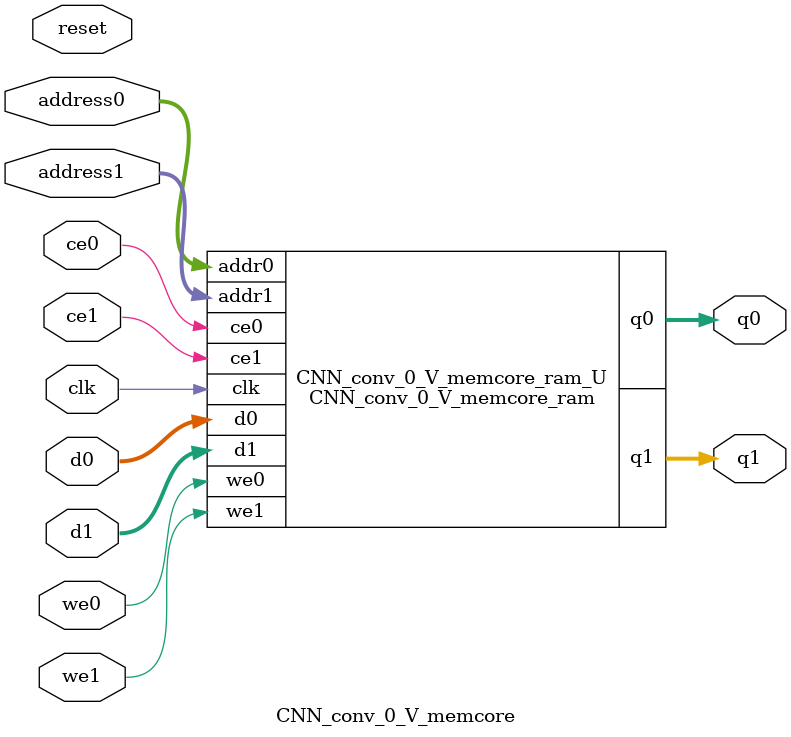
<source format=v>

`timescale 1 ns / 1 ps
module CNN_conv_0_V_memcore_ram (addr0, ce0, d0, we0, q0, addr1, ce1, d1, we1, q1,  clk);

parameter DWIDTH = 25;
parameter AWIDTH = 6;
parameter MEM_SIZE = 56;

input[AWIDTH-1:0] addr0;
input ce0;
input[DWIDTH-1:0] d0;
input we0;
output reg[DWIDTH-1:0] q0;
input[AWIDTH-1:0] addr1;
input ce1;
input[DWIDTH-1:0] d1;
input we1;
output reg[DWIDTH-1:0] q1;
input clk;

(* ram_style = "block" *)reg [DWIDTH-1:0] ram[0:MEM_SIZE-1];




always @(posedge clk)  
begin 
    if (ce0) 
    begin
        if (we0) 
        begin 
            ram[addr0] <= d0; 
            q0 <= d0;
        end 
        else 
            q0 <= ram[addr0];
    end
end


always @(posedge clk)  
begin 
    if (ce1) 
    begin
        if (we1) 
        begin 
            ram[addr1] <= d1; 
            q1 <= d1;
        end 
        else 
            q1 <= ram[addr1];
    end
end


endmodule


`timescale 1 ns / 1 ps
module CNN_conv_0_V_memcore(
    reset,
    clk,
    address0,
    ce0,
    we0,
    d0,
    q0,
    address1,
    ce1,
    we1,
    d1,
    q1);

parameter DataWidth = 32'd25;
parameter AddressRange = 32'd56;
parameter AddressWidth = 32'd6;
input reset;
input clk;
input[AddressWidth - 1:0] address0;
input ce0;
input we0;
input[DataWidth - 1:0] d0;
output[DataWidth - 1:0] q0;
input[AddressWidth - 1:0] address1;
input ce1;
input we1;
input[DataWidth - 1:0] d1;
output[DataWidth - 1:0] q1;



CNN_conv_0_V_memcore_ram CNN_conv_0_V_memcore_ram_U(
    .clk( clk ),
    .addr0( address0 ),
    .ce0( ce0 ),
    .we0( we0 ),
    .d0( d0 ),
    .q0( q0 ),
    .addr1( address1 ),
    .ce1( ce1 ),
    .we1( we1 ),
    .d1( d1 ),
    .q1( q1 ));

endmodule


</source>
